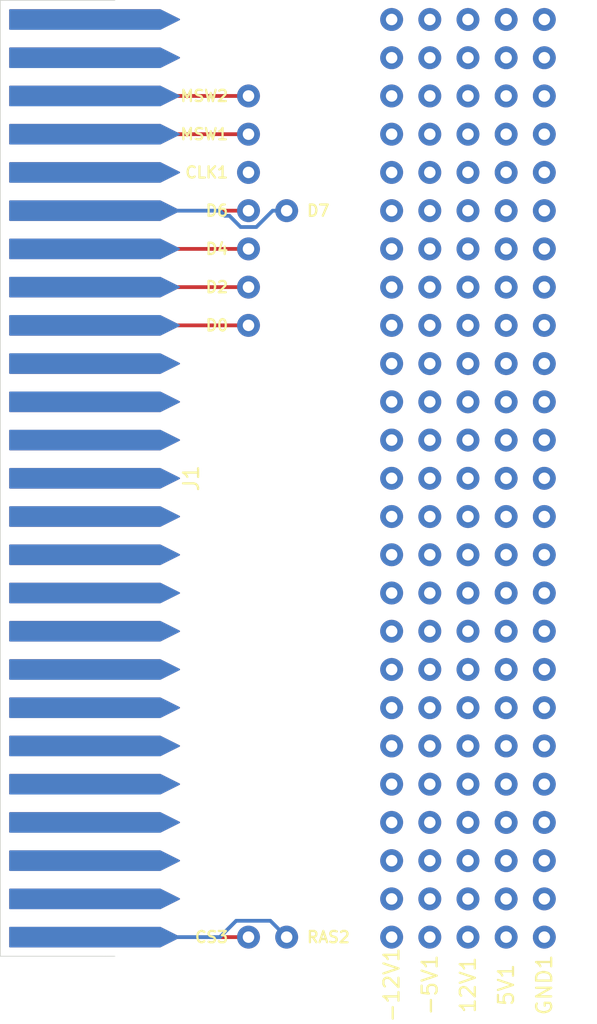
<source format=kicad_pcb>
(kicad_pcb (version 20171130) (host pcbnew "(5.1.4-0-10_14)")

  (general
    (thickness 1.6)
    (drawings 4)
    (tracks 19)
    (zones 0)
    (modules 16)
    (nets 49)
  )

  (page A4)
  (layers
    (0 F.Cu signal)
    (31 B.Cu signal)
    (32 B.Adhes user)
    (33 F.Adhes user)
    (34 B.Paste user)
    (35 F.Paste user)
    (36 B.SilkS user)
    (37 F.SilkS user)
    (38 B.Mask user)
    (39 F.Mask user)
    (40 Dwgs.User user)
    (41 Cmts.User user)
    (42 Eco1.User user)
    (43 Eco2.User user)
    (44 Edge.Cuts user)
    (45 Margin user)
    (46 B.CrtYd user)
    (47 F.CrtYd user)
    (48 B.Fab user)
    (49 F.Fab user)
  )

  (setup
    (last_trace_width 0.5)
    (user_trace_width 0.5)
    (trace_clearance 0.2)
    (zone_clearance 0.508)
    (zone_45_only no)
    (trace_min 0.2)
    (via_size 0.8)
    (via_drill 0.4)
    (via_min_size 0.4)
    (via_min_drill 0.3)
    (uvia_size 0.3)
    (uvia_drill 0.1)
    (uvias_allowed no)
    (uvia_min_size 0.2)
    (uvia_min_drill 0.1)
    (edge_width 0.05)
    (segment_width 0.2)
    (pcb_text_width 0.3)
    (pcb_text_size 1.5 1.5)
    (mod_edge_width 0.12)
    (mod_text_size 1 1)
    (mod_text_width 0.15)
    (pad_size 1.524 1.524)
    (pad_drill 0.762)
    (pad_to_mask_clearance 0.051)
    (solder_mask_min_width 0.25)
    (aux_axis_origin 0 0)
    (visible_elements FFFFFF7F)
    (pcbplotparams
      (layerselection 0x010fc_ffffffff)
      (usegerberextensions false)
      (usegerberattributes false)
      (usegerberadvancedattributes false)
      (creategerberjobfile false)
      (excludeedgelayer true)
      (linewidth 0.100000)
      (plotframeref false)
      (viasonmask false)
      (mode 1)
      (useauxorigin false)
      (hpglpennumber 1)
      (hpglpenspeed 20)
      (hpglpendiameter 15.000000)
      (psnegative false)
      (psa4output false)
      (plotreference true)
      (plotvalue true)
      (plotinvisibletext false)
      (padsonsilk false)
      (subtractmaskfromsilk false)
      (outputformat 1)
      (mirror false)
      (drillshape 1)
      (scaleselection 1)
      (outputdirectory ""))
  )

  (net 0 "")
  (net 1 /A12)
  (net 2 /5V)
  (net 3 /D1)
  (net 4 /A7)
  (net 5 /D5)
  (net 6 /A11)
  (net 7 /A5)
  (net 8 /-5V)
  (net 9 /A14)
  (net 10 /D7)
  (net 11 /M1)
  (net 12 /RAS2)
  (net 13 /DRD2)
  (net 14 /A3)
  (net 15 /GND)
  (net 16 /D3)
  (net 17 /RESET)
  (net 18 /WR)
  (net 19 /WAIT)
  (net 20 /WE)
  (net 21 /A9)
  (net 22 /IORQ)
  (net 23 /A1)
  (net 24 /EROM)
  (net 25 /MREQ)
  (net 26 /RD)
  (net 27 /A8)
  (net 28 /NMI)
  (net 29 /CLK-16M)
  (net 30 /CS2)
  (net 31 /CS3)
  (net 32 /EXCAS)
  (net 33 /A10)
  (net 34 /A6)
  (net 35 /A15)
  (net 36 /-12V)
  (net 37 /12V)
  (net 38 /MSW2)
  (net 39 /MSW1)
  (net 40 /CLK)
  (net 41 /D6)
  (net 42 /D4)
  (net 43 /D2)
  (net 44 /D0)
  (net 45 /A4)
  (net 46 /A2)
  (net 47 /A0)
  (net 48 /A13)

  (net_class Default "This is the default net class."
    (clearance 0.2)
    (trace_width 0.25)
    (via_dia 0.8)
    (via_drill 0.4)
    (uvia_dia 0.3)
    (uvia_drill 0.1)
    (add_net /-12V)
    (add_net /-5V)
    (add_net /12V)
    (add_net /5V)
    (add_net /A0)
    (add_net /A1)
    (add_net /A10)
    (add_net /A11)
    (add_net /A12)
    (add_net /A13)
    (add_net /A14)
    (add_net /A15)
    (add_net /A2)
    (add_net /A3)
    (add_net /A4)
    (add_net /A5)
    (add_net /A6)
    (add_net /A7)
    (add_net /A8)
    (add_net /A9)
    (add_net /CLK)
    (add_net /CLK-16M)
    (add_net /CS2)
    (add_net /CS3)
    (add_net /D0)
    (add_net /D1)
    (add_net /D2)
    (add_net /D3)
    (add_net /D4)
    (add_net /D5)
    (add_net /D6)
    (add_net /D7)
    (add_net /DRD2)
    (add_net /EROM)
    (add_net /EXCAS)
    (add_net /GND)
    (add_net /IORQ)
    (add_net /M1)
    (add_net /MREQ)
    (add_net /MSW1)
    (add_net /MSW2)
    (add_net /NMI)
    (add_net /RAS2)
    (add_net /RD)
    (add_net /RESET)
    (add_net /WAIT)
    (add_net /WE)
    (add_net /WR)
  )

  (module Protoboard:Proto_1 (layer F.Cu) (tedit 5DDDF26F) (tstamp 5DDE2F3C)
    (at 137.16 95.885)
    (path /5DDFE930)
    (fp_text reference D4 (at -1.27 -2.54) (layer F.SilkS)
      (effects (font (size 0.75 0.75) (thickness 0.15)) (justify right))
    )
    (fp_text value TestPoint (at 0 -0.5) (layer F.Fab) hide
      (effects (font (size 1 1) (thickness 0.15)))
    )
    (pad 1 thru_hole circle (at 0 -2.54) (size 1.524 1.524) (drill 0.762) (layers *.Cu *.Mask)
      (net 42 /D4))
  )

  (module Protoboard:Proto_1 (layer F.Cu) (tedit 5DDDF26F) (tstamp 5DDE2F37)
    (at 137.16 98.425)
    (path /5DE00472)
    (fp_text reference D2 (at -1.27 -2.54) (layer F.SilkS)
      (effects (font (size 0.75 0.75) (thickness 0.15)) (justify right))
    )
    (fp_text value TestPoint (at 0 -0.5) (layer F.Fab) hide
      (effects (font (size 1 1) (thickness 0.15)))
    )
    (pad 1 thru_hole circle (at 0 -2.54) (size 1.524 1.524) (drill 0.762) (layers *.Cu *.Mask)
      (net 43 /D2))
  )

  (module Protoboard:Proto_1 (layer F.Cu) (tedit 5DDDF26F) (tstamp 5DDE2F32)
    (at 137.16 100.965)
    (path /5DE0095B)
    (fp_text reference D0 (at -1.27 -2.54) (layer F.SilkS)
      (effects (font (size 0.75 0.75) (thickness 0.15)) (justify right))
    )
    (fp_text value TestPoint (at 0 -0.5) (layer F.Fab) hide
      (effects (font (size 1 1) (thickness 0.15)))
    )
    (pad 1 thru_hole circle (at 0 -2.54) (size 1.524 1.524) (drill 0.762) (layers *.Cu *.Mask)
      (net 44 /D0))
  )

  (module Protoboard:Proto_1 (layer F.Cu) (tedit 5DDDF26F) (tstamp 5DDE2B95)
    (at 137.16 93.345)
    (path /5DDFC92C)
    (fp_text reference D6 (at -1.27 -2.54) (layer F.SilkS)
      (effects (font (size 0.75 0.75) (thickness 0.15)) (justify right))
    )
    (fp_text value TestPoint (at 0 -0.5) (layer F.Fab) hide
      (effects (font (size 1 1) (thickness 0.15)))
    )
    (pad 1 thru_hole circle (at 0 -2.54) (size 1.524 1.524) (drill 0.762) (layers *.Cu *.Mask)
      (net 41 /D6))
  )

  (module Protoboard:Proto_1 (layer F.Cu) (tedit 5DDDF26F) (tstamp 5DDE2B88)
    (at 137.16 90.805)
    (path /5DDFBA79)
    (fp_text reference CLK1 (at -1.27 -2.54) (layer F.SilkS)
      (effects (font (size 0.75 0.75) (thickness 0.15)) (justify right))
    )
    (fp_text value TestPoint (at 0 -0.5) (layer F.Fab) hide
      (effects (font (size 1 1) (thickness 0.15)))
    )
    (pad 1 thru_hole circle (at 0 -2.54) (size 1.524 1.524) (drill 0.762) (layers *.Cu *.Mask)
      (net 40 /CLK))
  )

  (module Protoboard:Proto_1 (layer F.Cu) (tedit 5DDDF26F) (tstamp 5DDE287E)
    (at 137.16 85.725)
    (path /5DDF6D1E)
    (fp_text reference MSW2 (at -1.27 -2.54) (layer F.SilkS)
      (effects (font (size 0.75 0.75) (thickness 0.15)) (justify right))
    )
    (fp_text value TestPoint (at 0 -0.5) (layer F.Fab) hide
      (effects (font (size 1 1) (thickness 0.15)))
    )
    (pad 1 thru_hole circle (at 0 -2.54) (size 1.524 1.524) (drill 0.762) (layers *.Cu *.Mask)
      (net 38 /MSW2))
  )

  (module Protoboard:Proto_1 (layer F.Cu) (tedit 5DDDF26F) (tstamp 5DDE2879)
    (at 137.16 88.265)
    (path /5DDF7309)
    (fp_text reference MSW1 (at -1.27 -2.54 180) (layer F.SilkS)
      (effects (font (size 0.75 0.75) (thickness 0.15)) (justify right))
    )
    (fp_text value TestPoint (at 0 -0.5) (layer F.Fab) hide
      (effects (font (size 1 1) (thickness 0.15)))
    )
    (pad 1 thru_hole circle (at 0 -2.54) (size 1.524 1.524) (drill 0.762) (layers *.Cu *.Mask)
      (net 39 /MSW1))
  )

  (module Protoboard:Proto_1_Odd (layer F.Cu) (tedit 5DDDF308) (tstamp 5DDE27D2)
    (at 139.7 93.345)
    (path /5DDF9163)
    (fp_text reference D7 (at 1.27 -2.54) (layer F.SilkS)
      (effects (font (size 0.75 0.75) (thickness 0.15)) (justify left))
    )
    (fp_text value TestPoint (at 0 -0.5) (layer F.Fab) hide
      (effects (font (size 1 1) (thickness 0.15)))
    )
    (pad 1 thru_hole circle (at 0 -2.54) (size 1.524 1.524) (drill 0.762) (layers *.Cu *.Mask)
      (net 10 /D7))
  )

  (module Protoboard:Strip_25_vert (layer F.Cu) (tedit 5DDDF54F) (tstamp 5DDE2251)
    (at 156.845 108.585)
    (path /5DDF2781)
    (fp_text reference GND1 (at 0 33.655 90) (layer F.SilkS)
      (effects (font (size 1 1) (thickness 0.15)))
    )
    (fp_text value TestPoint (at 2.675 0 90) (layer F.Fab)
      (effects (font (size 1 1) (thickness 0.15)))
    )
    (pad 1 thru_hole circle (at 0 25.4 90) (size 1.524 1.524) (drill 0.762) (layers *.Cu *.Mask)
      (net 15 /GND))
    (pad 1 thru_hole circle (at 0 20.32 90) (size 1.524 1.524) (drill 0.762) (layers *.Cu *.Mask)
      (net 15 /GND))
    (pad 1 thru_hole circle (at 0 15.24 90) (size 1.524 1.524) (drill 0.762) (layers *.Cu *.Mask)
      (net 15 /GND))
    (pad 1 thru_hole circle (at 0 30.48 90) (size 1.524 1.524) (drill 0.762) (layers *.Cu *.Mask)
      (net 15 /GND))
    (pad 1 thru_hole circle (at 0 17.78 90) (size 1.524 1.524) (drill 0.762) (layers *.Cu *.Mask)
      (net 15 /GND))
    (pad 1 thru_hole circle (at 0 22.86 90) (size 1.524 1.524) (drill 0.762) (layers *.Cu *.Mask)
      (net 15 /GND))
    (pad 1 thru_hole circle (at 0 -30.48 90) (size 1.524 1.524) (drill 0.762) (layers *.Cu *.Mask)
      (net 15 /GND))
    (pad 1 thru_hole circle (at 0 -27.94 90) (size 1.524 1.524) (drill 0.762) (layers *.Cu *.Mask)
      (net 15 /GND))
    (pad 1 thru_hole circle (at 0 -25.4 90) (size 1.524 1.524) (drill 0.762) (layers *.Cu *.Mask)
      (net 15 /GND))
    (pad 1 thru_hole circle (at 0 -22.86 90) (size 1.524 1.524) (drill 0.762) (layers *.Cu *.Mask)
      (net 15 /GND))
    (pad 1 thru_hole circle (at 0 -20.32 90) (size 1.524 1.524) (drill 0.762) (layers *.Cu *.Mask)
      (net 15 /GND))
    (pad 1 thru_hole circle (at 0 -17.78 90) (size 1.524 1.524) (drill 0.762) (layers *.Cu *.Mask)
      (net 15 /GND))
    (pad 1 thru_hole circle (at 0 -15.24 90) (size 1.524 1.524) (drill 0.762) (layers *.Cu *.Mask)
      (net 15 /GND))
    (pad 1 thru_hole circle (at 0 -12.7 90) (size 1.524 1.524) (drill 0.762) (layers *.Cu *.Mask)
      (net 15 /GND))
    (pad 1 thru_hole circle (at 0 -10.16 90) (size 1.524 1.524) (drill 0.762) (layers *.Cu *.Mask)
      (net 15 /GND))
    (pad 1 thru_hole circle (at 0 -7.62 90) (size 1.524 1.524) (drill 0.762) (layers *.Cu *.Mask)
      (net 15 /GND))
    (pad 1 thru_hole circle (at 0 -5.08 90) (size 1.524 1.524) (drill 0.762) (layers *.Cu *.Mask)
      (net 15 /GND))
    (pad 1 thru_hole circle (at 0 -2.54 90) (size 1.524 1.524) (drill 0.762) (layers *.Cu *.Mask)
      (net 15 /GND))
    (pad 1 thru_hole circle (at 0 0 90) (size 1.524 1.524) (drill 0.762) (layers *.Cu *.Mask)
      (net 15 /GND))
    (pad 1 thru_hole circle (at 0 2.54 90) (size 1.524 1.524) (drill 0.762) (layers *.Cu *.Mask)
      (net 15 /GND))
    (pad 1 thru_hole circle (at 0 5.08 90) (size 1.524 1.524) (drill 0.762) (layers *.Cu *.Mask)
      (net 15 /GND))
    (pad 1 thru_hole circle (at 0 7.62 90) (size 1.524 1.524) (drill 0.762) (layers *.Cu *.Mask)
      (net 15 /GND))
    (pad 1 thru_hole circle (at 0 10.16 90) (size 1.524 1.524) (drill 0.762) (layers *.Cu *.Mask)
      (net 15 /GND))
    (pad 1 thru_hole circle (at 0 12.7 90) (size 1.524 1.524) (drill 0.762) (layers *.Cu *.Mask)
      (net 15 /GND))
    (pad 1 thru_hole circle (at 0 27.94 90) (size 1.524 1.524) (drill 0.762) (layers *.Cu *.Mask)
      (net 15 /GND))
  )

  (module Protoboard:Strip_25_vert (layer F.Cu) (tedit 5DDDF54F) (tstamp 5DDE222C)
    (at 154.305 108.585)
    (path /5DDF1283)
    (fp_text reference 5V1 (at 0 33.655 90) (layer F.SilkS)
      (effects (font (size 1 1) (thickness 0.15)))
    )
    (fp_text value TestPoint (at 2.675 0 90) (layer F.Fab)
      (effects (font (size 1 1) (thickness 0.15)))
    )
    (pad 1 thru_hole circle (at 0 25.4 90) (size 1.524 1.524) (drill 0.762) (layers *.Cu *.Mask)
      (net 2 /5V))
    (pad 1 thru_hole circle (at 0 20.32 90) (size 1.524 1.524) (drill 0.762) (layers *.Cu *.Mask)
      (net 2 /5V))
    (pad 1 thru_hole circle (at 0 15.24 90) (size 1.524 1.524) (drill 0.762) (layers *.Cu *.Mask)
      (net 2 /5V))
    (pad 1 thru_hole circle (at 0 30.48 90) (size 1.524 1.524) (drill 0.762) (layers *.Cu *.Mask)
      (net 2 /5V))
    (pad 1 thru_hole circle (at 0 17.78 90) (size 1.524 1.524) (drill 0.762) (layers *.Cu *.Mask)
      (net 2 /5V))
    (pad 1 thru_hole circle (at 0 22.86 90) (size 1.524 1.524) (drill 0.762) (layers *.Cu *.Mask)
      (net 2 /5V))
    (pad 1 thru_hole circle (at 0 -30.48 90) (size 1.524 1.524) (drill 0.762) (layers *.Cu *.Mask)
      (net 2 /5V))
    (pad 1 thru_hole circle (at 0 -27.94 90) (size 1.524 1.524) (drill 0.762) (layers *.Cu *.Mask)
      (net 2 /5V))
    (pad 1 thru_hole circle (at 0 -25.4 90) (size 1.524 1.524) (drill 0.762) (layers *.Cu *.Mask)
      (net 2 /5V))
    (pad 1 thru_hole circle (at 0 -22.86 90) (size 1.524 1.524) (drill 0.762) (layers *.Cu *.Mask)
      (net 2 /5V))
    (pad 1 thru_hole circle (at 0 -20.32 90) (size 1.524 1.524) (drill 0.762) (layers *.Cu *.Mask)
      (net 2 /5V))
    (pad 1 thru_hole circle (at 0 -17.78 90) (size 1.524 1.524) (drill 0.762) (layers *.Cu *.Mask)
      (net 2 /5V))
    (pad 1 thru_hole circle (at 0 -15.24 90) (size 1.524 1.524) (drill 0.762) (layers *.Cu *.Mask)
      (net 2 /5V))
    (pad 1 thru_hole circle (at 0 -12.7 90) (size 1.524 1.524) (drill 0.762) (layers *.Cu *.Mask)
      (net 2 /5V))
    (pad 1 thru_hole circle (at 0 -10.16 90) (size 1.524 1.524) (drill 0.762) (layers *.Cu *.Mask)
      (net 2 /5V))
    (pad 1 thru_hole circle (at 0 -7.62 90) (size 1.524 1.524) (drill 0.762) (layers *.Cu *.Mask)
      (net 2 /5V))
    (pad 1 thru_hole circle (at 0 -5.08 90) (size 1.524 1.524) (drill 0.762) (layers *.Cu *.Mask)
      (net 2 /5V))
    (pad 1 thru_hole circle (at 0 -2.54 90) (size 1.524 1.524) (drill 0.762) (layers *.Cu *.Mask)
      (net 2 /5V))
    (pad 1 thru_hole circle (at 0 0 90) (size 1.524 1.524) (drill 0.762) (layers *.Cu *.Mask)
      (net 2 /5V))
    (pad 1 thru_hole circle (at 0 2.54 90) (size 1.524 1.524) (drill 0.762) (layers *.Cu *.Mask)
      (net 2 /5V))
    (pad 1 thru_hole circle (at 0 5.08 90) (size 1.524 1.524) (drill 0.762) (layers *.Cu *.Mask)
      (net 2 /5V))
    (pad 1 thru_hole circle (at 0 7.62 90) (size 1.524 1.524) (drill 0.762) (layers *.Cu *.Mask)
      (net 2 /5V))
    (pad 1 thru_hole circle (at 0 10.16 90) (size 1.524 1.524) (drill 0.762) (layers *.Cu *.Mask)
      (net 2 /5V))
    (pad 1 thru_hole circle (at 0 12.7 90) (size 1.524 1.524) (drill 0.762) (layers *.Cu *.Mask)
      (net 2 /5V))
    (pad 1 thru_hole circle (at 0 27.94 90) (size 1.524 1.524) (drill 0.762) (layers *.Cu *.Mask)
      (net 2 /5V))
  )

  (module Protoboard:Strip_25_vert (layer F.Cu) (tedit 5DDDF54F) (tstamp 5DDE220F)
    (at 151.765 108.585)
    (path /5DDF09D0)
    (fp_text reference 12V1 (at 0 33.655 90) (layer F.SilkS)
      (effects (font (size 1 1) (thickness 0.15)))
    )
    (fp_text value TestPoint (at 2.675 0 90) (layer F.Fab)
      (effects (font (size 1 1) (thickness 0.15)))
    )
    (pad 1 thru_hole circle (at 0 25.4 90) (size 1.524 1.524) (drill 0.762) (layers *.Cu *.Mask)
      (net 37 /12V))
    (pad 1 thru_hole circle (at 0 20.32 90) (size 1.524 1.524) (drill 0.762) (layers *.Cu *.Mask)
      (net 37 /12V))
    (pad 1 thru_hole circle (at 0 15.24 90) (size 1.524 1.524) (drill 0.762) (layers *.Cu *.Mask)
      (net 37 /12V))
    (pad 1 thru_hole circle (at 0 30.48 90) (size 1.524 1.524) (drill 0.762) (layers *.Cu *.Mask)
      (net 37 /12V))
    (pad 1 thru_hole circle (at 0 17.78 90) (size 1.524 1.524) (drill 0.762) (layers *.Cu *.Mask)
      (net 37 /12V))
    (pad 1 thru_hole circle (at 0 22.86 90) (size 1.524 1.524) (drill 0.762) (layers *.Cu *.Mask)
      (net 37 /12V))
    (pad 1 thru_hole circle (at 0 -30.48 90) (size 1.524 1.524) (drill 0.762) (layers *.Cu *.Mask)
      (net 37 /12V))
    (pad 1 thru_hole circle (at 0 -27.94 90) (size 1.524 1.524) (drill 0.762) (layers *.Cu *.Mask)
      (net 37 /12V))
    (pad 1 thru_hole circle (at 0 -25.4 90) (size 1.524 1.524) (drill 0.762) (layers *.Cu *.Mask)
      (net 37 /12V))
    (pad 1 thru_hole circle (at 0 -22.86 90) (size 1.524 1.524) (drill 0.762) (layers *.Cu *.Mask)
      (net 37 /12V))
    (pad 1 thru_hole circle (at 0 -20.32 90) (size 1.524 1.524) (drill 0.762) (layers *.Cu *.Mask)
      (net 37 /12V))
    (pad 1 thru_hole circle (at 0 -17.78 90) (size 1.524 1.524) (drill 0.762) (layers *.Cu *.Mask)
      (net 37 /12V))
    (pad 1 thru_hole circle (at 0 -15.24 90) (size 1.524 1.524) (drill 0.762) (layers *.Cu *.Mask)
      (net 37 /12V))
    (pad 1 thru_hole circle (at 0 -12.7 90) (size 1.524 1.524) (drill 0.762) (layers *.Cu *.Mask)
      (net 37 /12V))
    (pad 1 thru_hole circle (at 0 -10.16 90) (size 1.524 1.524) (drill 0.762) (layers *.Cu *.Mask)
      (net 37 /12V))
    (pad 1 thru_hole circle (at 0 -7.62 90) (size 1.524 1.524) (drill 0.762) (layers *.Cu *.Mask)
      (net 37 /12V))
    (pad 1 thru_hole circle (at 0 -5.08 90) (size 1.524 1.524) (drill 0.762) (layers *.Cu *.Mask)
      (net 37 /12V))
    (pad 1 thru_hole circle (at 0 -2.54 90) (size 1.524 1.524) (drill 0.762) (layers *.Cu *.Mask)
      (net 37 /12V))
    (pad 1 thru_hole circle (at 0 0 90) (size 1.524 1.524) (drill 0.762) (layers *.Cu *.Mask)
      (net 37 /12V))
    (pad 1 thru_hole circle (at 0 2.54 90) (size 1.524 1.524) (drill 0.762) (layers *.Cu *.Mask)
      (net 37 /12V))
    (pad 1 thru_hole circle (at 0 5.08 90) (size 1.524 1.524) (drill 0.762) (layers *.Cu *.Mask)
      (net 37 /12V))
    (pad 1 thru_hole circle (at 0 7.62 90) (size 1.524 1.524) (drill 0.762) (layers *.Cu *.Mask)
      (net 37 /12V))
    (pad 1 thru_hole circle (at 0 10.16 90) (size 1.524 1.524) (drill 0.762) (layers *.Cu *.Mask)
      (net 37 /12V))
    (pad 1 thru_hole circle (at 0 12.7 90) (size 1.524 1.524) (drill 0.762) (layers *.Cu *.Mask)
      (net 37 /12V))
    (pad 1 thru_hole circle (at 0 27.94 90) (size 1.524 1.524) (drill 0.762) (layers *.Cu *.Mask)
      (net 37 /12V))
  )

  (module Protoboard:Strip_25_vert (layer F.Cu) (tedit 5DDDF54F) (tstamp 5DDE21F2)
    (at 149.225 108.585)
    (path /5DDF1B7A)
    (fp_text reference -5V1 (at 0 33.655 90) (layer F.SilkS)
      (effects (font (size 1 1) (thickness 0.15)))
    )
    (fp_text value TestPoint (at 2.675 0 90) (layer F.Fab)
      (effects (font (size 1 1) (thickness 0.15)))
    )
    (pad 1 thru_hole circle (at 0 25.4 90) (size 1.524 1.524) (drill 0.762) (layers *.Cu *.Mask)
      (net 8 /-5V))
    (pad 1 thru_hole circle (at 0 20.32 90) (size 1.524 1.524) (drill 0.762) (layers *.Cu *.Mask)
      (net 8 /-5V))
    (pad 1 thru_hole circle (at 0 15.24 90) (size 1.524 1.524) (drill 0.762) (layers *.Cu *.Mask)
      (net 8 /-5V))
    (pad 1 thru_hole circle (at 0 30.48 90) (size 1.524 1.524) (drill 0.762) (layers *.Cu *.Mask)
      (net 8 /-5V))
    (pad 1 thru_hole circle (at 0 17.78 90) (size 1.524 1.524) (drill 0.762) (layers *.Cu *.Mask)
      (net 8 /-5V))
    (pad 1 thru_hole circle (at 0 22.86 90) (size 1.524 1.524) (drill 0.762) (layers *.Cu *.Mask)
      (net 8 /-5V))
    (pad 1 thru_hole circle (at 0 -30.48 90) (size 1.524 1.524) (drill 0.762) (layers *.Cu *.Mask)
      (net 8 /-5V))
    (pad 1 thru_hole circle (at 0 -27.94 90) (size 1.524 1.524) (drill 0.762) (layers *.Cu *.Mask)
      (net 8 /-5V))
    (pad 1 thru_hole circle (at 0 -25.4 90) (size 1.524 1.524) (drill 0.762) (layers *.Cu *.Mask)
      (net 8 /-5V))
    (pad 1 thru_hole circle (at 0 -22.86 90) (size 1.524 1.524) (drill 0.762) (layers *.Cu *.Mask)
      (net 8 /-5V))
    (pad 1 thru_hole circle (at 0 -20.32 90) (size 1.524 1.524) (drill 0.762) (layers *.Cu *.Mask)
      (net 8 /-5V))
    (pad 1 thru_hole circle (at 0 -17.78 90) (size 1.524 1.524) (drill 0.762) (layers *.Cu *.Mask)
      (net 8 /-5V))
    (pad 1 thru_hole circle (at 0 -15.24 90) (size 1.524 1.524) (drill 0.762) (layers *.Cu *.Mask)
      (net 8 /-5V))
    (pad 1 thru_hole circle (at 0 -12.7 90) (size 1.524 1.524) (drill 0.762) (layers *.Cu *.Mask)
      (net 8 /-5V))
    (pad 1 thru_hole circle (at 0 -10.16 90) (size 1.524 1.524) (drill 0.762) (layers *.Cu *.Mask)
      (net 8 /-5V))
    (pad 1 thru_hole circle (at 0 -7.62 90) (size 1.524 1.524) (drill 0.762) (layers *.Cu *.Mask)
      (net 8 /-5V))
    (pad 1 thru_hole circle (at 0 -5.08 90) (size 1.524 1.524) (drill 0.762) (layers *.Cu *.Mask)
      (net 8 /-5V))
    (pad 1 thru_hole circle (at 0 -2.54 90) (size 1.524 1.524) (drill 0.762) (layers *.Cu *.Mask)
      (net 8 /-5V))
    (pad 1 thru_hole circle (at 0 0 90) (size 1.524 1.524) (drill 0.762) (layers *.Cu *.Mask)
      (net 8 /-5V))
    (pad 1 thru_hole circle (at 0 2.54 90) (size 1.524 1.524) (drill 0.762) (layers *.Cu *.Mask)
      (net 8 /-5V))
    (pad 1 thru_hole circle (at 0 5.08 90) (size 1.524 1.524) (drill 0.762) (layers *.Cu *.Mask)
      (net 8 /-5V))
    (pad 1 thru_hole circle (at 0 7.62 90) (size 1.524 1.524) (drill 0.762) (layers *.Cu *.Mask)
      (net 8 /-5V))
    (pad 1 thru_hole circle (at 0 10.16 90) (size 1.524 1.524) (drill 0.762) (layers *.Cu *.Mask)
      (net 8 /-5V))
    (pad 1 thru_hole circle (at 0 12.7 90) (size 1.524 1.524) (drill 0.762) (layers *.Cu *.Mask)
      (net 8 /-5V))
    (pad 1 thru_hole circle (at 0 27.94 90) (size 1.524 1.524) (drill 0.762) (layers *.Cu *.Mask)
      (net 8 /-5V))
  )

  (module Protoboard:Strip_25_vert (layer F.Cu) (tedit 5DDDF54F) (tstamp 5DDE21D5)
    (at 146.685 108.585)
    (path /5DDF0281)
    (fp_text reference -12V1 (at 0 33.655 90) (layer F.SilkS)
      (effects (font (size 1 1) (thickness 0.15)))
    )
    (fp_text value TestPoint (at 2.675 0 90) (layer F.Fab)
      (effects (font (size 1 1) (thickness 0.15)))
    )
    (pad 1 thru_hole circle (at 0 25.4 90) (size 1.524 1.524) (drill 0.762) (layers *.Cu *.Mask)
      (net 36 /-12V))
    (pad 1 thru_hole circle (at 0 20.32 90) (size 1.524 1.524) (drill 0.762) (layers *.Cu *.Mask)
      (net 36 /-12V))
    (pad 1 thru_hole circle (at 0 15.24 90) (size 1.524 1.524) (drill 0.762) (layers *.Cu *.Mask)
      (net 36 /-12V))
    (pad 1 thru_hole circle (at 0 30.48 90) (size 1.524 1.524) (drill 0.762) (layers *.Cu *.Mask)
      (net 36 /-12V))
    (pad 1 thru_hole circle (at 0 17.78 90) (size 1.524 1.524) (drill 0.762) (layers *.Cu *.Mask)
      (net 36 /-12V))
    (pad 1 thru_hole circle (at 0 22.86 90) (size 1.524 1.524) (drill 0.762) (layers *.Cu *.Mask)
      (net 36 /-12V))
    (pad 1 thru_hole circle (at 0 -30.48 90) (size 1.524 1.524) (drill 0.762) (layers *.Cu *.Mask)
      (net 36 /-12V))
    (pad 1 thru_hole circle (at 0 -27.94 90) (size 1.524 1.524) (drill 0.762) (layers *.Cu *.Mask)
      (net 36 /-12V))
    (pad 1 thru_hole circle (at 0 -25.4 90) (size 1.524 1.524) (drill 0.762) (layers *.Cu *.Mask)
      (net 36 /-12V))
    (pad 1 thru_hole circle (at 0 -22.86 90) (size 1.524 1.524) (drill 0.762) (layers *.Cu *.Mask)
      (net 36 /-12V))
    (pad 1 thru_hole circle (at 0 -20.32 90) (size 1.524 1.524) (drill 0.762) (layers *.Cu *.Mask)
      (net 36 /-12V))
    (pad 1 thru_hole circle (at 0 -17.78 90) (size 1.524 1.524) (drill 0.762) (layers *.Cu *.Mask)
      (net 36 /-12V))
    (pad 1 thru_hole circle (at 0 -15.24 90) (size 1.524 1.524) (drill 0.762) (layers *.Cu *.Mask)
      (net 36 /-12V))
    (pad 1 thru_hole circle (at 0 -12.7 90) (size 1.524 1.524) (drill 0.762) (layers *.Cu *.Mask)
      (net 36 /-12V))
    (pad 1 thru_hole circle (at 0 -10.16 90) (size 1.524 1.524) (drill 0.762) (layers *.Cu *.Mask)
      (net 36 /-12V))
    (pad 1 thru_hole circle (at 0 -7.62 90) (size 1.524 1.524) (drill 0.762) (layers *.Cu *.Mask)
      (net 36 /-12V))
    (pad 1 thru_hole circle (at 0 -5.08 90) (size 1.524 1.524) (drill 0.762) (layers *.Cu *.Mask)
      (net 36 /-12V))
    (pad 1 thru_hole circle (at 0 -2.54 90) (size 1.524 1.524) (drill 0.762) (layers *.Cu *.Mask)
      (net 36 /-12V))
    (pad 1 thru_hole circle (at 0 0 90) (size 1.524 1.524) (drill 0.762) (layers *.Cu *.Mask)
      (net 36 /-12V))
    (pad 1 thru_hole circle (at 0 2.54 90) (size 1.524 1.524) (drill 0.762) (layers *.Cu *.Mask)
      (net 36 /-12V))
    (pad 1 thru_hole circle (at 0 5.08 90) (size 1.524 1.524) (drill 0.762) (layers *.Cu *.Mask)
      (net 36 /-12V))
    (pad 1 thru_hole circle (at 0 7.62 90) (size 1.524 1.524) (drill 0.762) (layers *.Cu *.Mask)
      (net 36 /-12V))
    (pad 1 thru_hole circle (at 0 10.16 90) (size 1.524 1.524) (drill 0.762) (layers *.Cu *.Mask)
      (net 36 /-12V))
    (pad 1 thru_hole circle (at 0 12.7 90) (size 1.524 1.524) (drill 0.762) (layers *.Cu *.Mask)
      (net 36 /-12V))
    (pad 1 thru_hole circle (at 0 27.94 90) (size 1.524 1.524) (drill 0.762) (layers *.Cu *.Mask)
      (net 36 /-12V))
  )

  (module Protoboard:Proto_1_Odd (layer F.Cu) (tedit 5DDDF308) (tstamp 5DDE1542)
    (at 139.7 141.605)
    (path /5DDE5840)
    (fp_text reference RAS2 (at 1.27 -2.54) (layer F.SilkS)
      (effects (font (size 0.75 0.75) (thickness 0.15)) (justify left))
    )
    (fp_text value TestPoint (at 0 -0.5) (layer F.Fab) hide
      (effects (font (size 1 1) (thickness 0.15)))
    )
    (pad 1 thru_hole circle (at 0 -2.54) (size 1.524 1.524) (drill 0.762) (layers *.Cu *.Mask)
      (net 12 /RAS2))
  )

  (module Protoboard:Proto_1 (layer F.Cu) (tedit 5DDDF26F) (tstamp 5DDE12D8)
    (at 137.16 141.605)
    (path /5DDE1D1C)
    (fp_text reference CS3 (at -1.27 -2.54) (layer F.SilkS)
      (effects (font (size 0.75 0.75) (thickness 0.15)) (justify right))
    )
    (fp_text value TestPoint (at 0 -0.5) (layer F.Fab) hide
      (effects (font (size 1 1) (thickness 0.15)))
    )
    (pad 1 thru_hole circle (at 0 -2.54) (size 1.524 1.524) (drill 0.762) (layers *.Cu *.Mask)
      (net 31 /CS3))
  )

  (module "PC6001 Edge Connector:PC6001 Cartridge Connector" (layer F.Cu) (tedit 5DDDEDD0) (tstamp 5DDDF5B7)
    (at 123.825 108.585 90)
    (path /5DDDE87B)
    (fp_text reference J1 (at 0 9.525 90) (layer F.SilkS)
      (effects (font (size 1 1) (thickness 0.15)))
    )
    (fp_text value Conn_02x25_Odd_Even (at 0 11.43 90) (layer F.Fab)
      (effects (font (size 1 1) (thickness 0.15)))
    )
    (pad 23 smd custom (at -2.54 0 90) (size 1 1) (layers B.Cu)
      (net 1 /A12) (zone_connect 0)
      (options (clearance outline) (anchor circle))
      (primitives
        (gr_poly (pts
           (xy -0.635 -2.54) (xy -0.635 7.46) (xy 0.635 7.46) (xy 0.635 -2.54)) (width 0.1))
        (gr_poly (pts
           (xy 0.635 7.46) (xy 0 8.73) (xy -0.635 7.46)) (width 0.1))
      ))
    (pad 47 smd custom (at 27.94 0 90) (size 1 1) (layers B.Cu)
      (net 2 /5V) (zone_connect 0)
      (options (clearance outline) (anchor circle))
      (primitives
        (gr_poly (pts
           (xy -0.635 -2.54) (xy -0.635 7.46) (xy 0.635 7.46) (xy 0.635 -2.54)) (width 0.1))
        (gr_poly (pts
           (xy 0.635 7.46) (xy 0 8.73) (xy -0.635 7.46)) (width 0.1))
      ))
    (pad 33 smd custom (at 10.16 0 90) (size 1 1) (layers B.Cu)
      (net 3 /D1) (zone_connect 0)
      (options (clearance outline) (anchor circle))
      (primitives
        (gr_poly (pts
           (xy -0.635 -2.54) (xy -0.635 7.46) (xy 0.635 7.46) (xy 0.635 -2.54)) (width 0.1))
        (gr_poly (pts
           (xy 0.635 7.46) (xy 0 8.73) (xy -0.635 7.46)) (width 0.1))
      ))
    (pad 21 smd custom (at -5.08 0 90) (size 1 1) (layers B.Cu)
      (net 4 /A7) (zone_connect 0)
      (options (clearance outline) (anchor circle))
      (primitives
        (gr_poly (pts
           (xy -0.635 -2.54) (xy -0.635 7.46) (xy 0.635 7.46) (xy 0.635 -2.54)) (width 0.1))
        (gr_poly (pts
           (xy 0.635 7.46) (xy 0 8.73) (xy -0.635 7.46)) (width 0.1))
      ))
    (pad 37 smd custom (at 15.24 0 90) (size 1 1) (layers B.Cu)
      (net 5 /D5) (zone_connect 0)
      (options (clearance outline) (anchor circle))
      (primitives
        (gr_poly (pts
           (xy -0.635 -2.54) (xy -0.635 7.46) (xy 0.635 7.46) (xy 0.635 -2.54)) (width 0.1))
        (gr_poly (pts
           (xy 0.635 7.46) (xy 0 8.73) (xy -0.635 7.46)) (width 0.1))
      ))
    (pad 19 smd custom (at -7.62 0 90) (size 1 1) (layers B.Cu)
      (net 6 /A11) (zone_connect 0)
      (options (clearance outline) (anchor circle))
      (primitives
        (gr_poly (pts
           (xy -0.635 -2.54) (xy -0.635 7.46) (xy 0.635 7.46) (xy 0.635 -2.54)) (width 0.1))
        (gr_poly (pts
           (xy 0.635 7.46) (xy 0 8.73) (xy -0.635 7.46)) (width 0.1))
      ))
    (pad 31 smd custom (at 7.62 0 90) (size 1 1) (layers B.Cu)
      (net 7 /A5) (zone_connect 0)
      (options (clearance outline) (anchor circle))
      (primitives
        (gr_poly (pts
           (xy -0.635 -2.54) (xy -0.635 7.46) (xy 0.635 7.46) (xy 0.635 -2.54)) (width 0.1))
        (gr_poly (pts
           (xy 0.635 7.46) (xy 0 8.73) (xy -0.635 7.46)) (width 0.1))
      ))
    (pad 49 smd custom (at 30.48 0 90) (size 1 1) (layers B.Cu)
      (net 8 /-5V) (zone_connect 0)
      (options (clearance outline) (anchor circle))
      (primitives
        (gr_poly (pts
           (xy -0.635 -2.54) (xy -0.635 7.46) (xy 0.635 7.46) (xy 0.635 -2.54)) (width 0.1))
        (gr_poly (pts
           (xy 0.635 7.46) (xy 0 8.73) (xy -0.635 7.46)) (width 0.1))
      ))
    (pad 25 smd custom (at 0 0 90) (size 1 1) (layers B.Cu)
      (net 9 /A14) (zone_connect 0)
      (options (clearance outline) (anchor circle))
      (primitives
        (gr_poly (pts
           (xy -0.635 -2.54) (xy -0.635 7.46) (xy 0.635 7.46) (xy 0.635 -2.54)) (width 0.1))
        (gr_poly (pts
           (xy 0.635 7.46) (xy 0 8.73) (xy -0.635 7.46)) (width 0.1))
      ))
    (pad 39 smd custom (at 17.78 0 90) (size 1 1) (layers B.Cu)
      (net 10 /D7) (zone_connect 0)
      (options (clearance outline) (anchor circle))
      (primitives
        (gr_poly (pts
           (xy -0.635 -2.54) (xy -0.635 7.46) (xy 0.635 7.46) (xy 0.635 -2.54)) (width 0.1))
        (gr_poly (pts
           (xy 0.635 7.46) (xy 0 8.73) (xy -0.635 7.46)) (width 0.1))
      ))
    (pad 9 smd custom (at -20.32 0 90) (size 1 1) (layers B.Cu)
      (net 11 /M1) (zone_connect 0)
      (options (clearance outline) (anchor circle))
      (primitives
        (gr_poly (pts
           (xy -0.635 -2.54) (xy -0.635 7.46) (xy 0.635 7.46) (xy 0.635 -2.54)) (width 0.1))
        (gr_poly (pts
           (xy 0.635 7.46) (xy 0 8.73) (xy -0.635 7.46)) (width 0.1))
      ))
    (pad 1 smd custom (at -30.48 0 90) (size 1 1) (layers B.Cu)
      (net 12 /RAS2) (zone_connect 0)
      (options (clearance outline) (anchor circle))
      (primitives
        (gr_poly (pts
           (xy -0.635 -2.54) (xy -0.635 7.46) (xy 0.635 7.46) (xy 0.635 -2.54)) (width 0.1))
        (gr_poly (pts
           (xy 0.635 7.46) (xy 0 8.73) (xy -0.635 7.46)) (width 0.1))
      ))
    (pad 3 smd custom (at -27.94 0 90) (size 1 1) (layers B.Cu)
      (net 13 /DRD2) (zone_connect 0)
      (options (clearance outline) (anchor circle))
      (primitives
        (gr_poly (pts
           (xy -0.635 -2.54) (xy -0.635 7.46) (xy 0.635 7.46) (xy 0.635 -2.54)) (width 0.1))
        (gr_poly (pts
           (xy 0.635 7.46) (xy 0 8.73) (xy -0.635 7.46)) (width 0.1))
      ))
    (pad 29 smd custom (at 5.08 0 90) (size 1 1) (layers B.Cu)
      (net 14 /A3) (zone_connect 0)
      (options (clearance outline) (anchor circle))
      (primitives
        (gr_poly (pts
           (xy -0.635 -2.54) (xy -0.635 7.46) (xy 0.635 7.46) (xy 0.635 -2.54)) (width 0.1))
        (gr_poly (pts
           (xy 0.635 7.46) (xy 0 8.73) (xy -0.635 7.46)) (width 0.1))
      ))
    (pad 43 smd custom (at 22.86 0 90) (size 1 1) (layers B.Cu)
      (net 15 /GND) (zone_connect 0)
      (options (clearance outline) (anchor circle))
      (primitives
        (gr_poly (pts
           (xy -0.635 -2.54) (xy -0.635 7.46) (xy 0.635 7.46) (xy 0.635 -2.54)) (width 0.1))
        (gr_poly (pts
           (xy 0.635 7.46) (xy 0 8.73) (xy -0.635 7.46)) (width 0.1))
      ))
    (pad 35 smd custom (at 12.7 0 90) (size 1 1) (layers B.Cu)
      (net 16 /D3) (zone_connect 0)
      (options (clearance outline) (anchor circle))
      (primitives
        (gr_poly (pts
           (xy -0.635 -2.54) (xy -0.635 7.46) (xy 0.635 7.46) (xy 0.635 -2.54)) (width 0.1))
        (gr_poly (pts
           (xy 0.635 7.46) (xy 0 8.73) (xy -0.635 7.46)) (width 0.1))
      ))
    (pad 15 smd custom (at -12.7 0 90) (size 1 1) (layers B.Cu)
      (net 17 /RESET) (zone_connect 0)
      (options (clearance outline) (anchor circle))
      (primitives
        (gr_poly (pts
           (xy -0.635 -2.54) (xy -0.635 7.46) (xy 0.635 7.46) (xy 0.635 -2.54)) (width 0.1))
        (gr_poly (pts
           (xy 0.635 7.46) (xy 0 8.73) (xy -0.635 7.46)) (width 0.1))
      ))
    (pad 13 smd custom (at -15.24 0 90) (size 1 1) (layers B.Cu)
      (net 18 /WR) (zone_connect 0)
      (options (clearance outline) (anchor circle))
      (primitives
        (gr_poly (pts
           (xy -0.635 -2.54) (xy -0.635 7.46) (xy 0.635 7.46) (xy 0.635 -2.54)) (width 0.1))
        (gr_poly (pts
           (xy 0.635 7.46) (xy 0 8.73) (xy -0.635 7.46)) (width 0.1))
      ))
    (pad 41 smd custom (at 20.32 0 90) (size 1 1) (layers B.Cu)
      (net 15 /GND) (zone_connect 0)
      (options (clearance outline) (anchor circle))
      (primitives
        (gr_poly (pts
           (xy -0.635 -2.54) (xy -0.635 7.46) (xy 0.635 7.46) (xy 0.635 -2.54)) (width 0.1))
        (gr_poly (pts
           (xy 0.635 7.46) (xy 0 8.73) (xy -0.635 7.46)) (width 0.1))
      ))
    (pad 7 smd custom (at -22.86 0 90) (size 1 1) (layers B.Cu)
      (net 19 /WAIT) (zone_connect 0)
      (options (clearance outline) (anchor circle))
      (primitives
        (gr_poly (pts
           (xy -0.635 -2.54) (xy -0.635 7.46) (xy 0.635 7.46) (xy 0.635 -2.54)) (width 0.1))
        (gr_poly (pts
           (xy 0.635 7.46) (xy 0 8.73) (xy -0.635 7.46)) (width 0.1))
      ))
    (pad 45 smd custom (at 25.4 0 90) (size 1 1) (layers B.Cu)
      (net 2 /5V) (zone_connect 0)
      (options (clearance outline) (anchor circle))
      (primitives
        (gr_poly (pts
           (xy -0.635 -2.54) (xy -0.635 7.46) (xy 0.635 7.46) (xy 0.635 -2.54)) (width 0.1))
        (gr_poly (pts
           (xy 0.635 7.46) (xy 0 8.73) (xy -0.635 7.46)) (width 0.1))
      ))
    (pad 5 smd custom (at -25.4 0 90) (size 1 1) (layers B.Cu)
      (net 20 /WE) (zone_connect 0)
      (options (clearance outline) (anchor circle))
      (primitives
        (gr_poly (pts
           (xy -0.635 -2.54) (xy -0.635 7.46) (xy 0.635 7.46) (xy 0.635 -2.54)) (width 0.1))
        (gr_poly (pts
           (xy 0.635 7.46) (xy 0 8.73) (xy -0.635 7.46)) (width 0.1))
      ))
    (pad 17 smd custom (at -10.16 0 90) (size 1 1) (layers B.Cu)
      (net 21 /A9) (zone_connect 0)
      (options (clearance outline) (anchor circle))
      (primitives
        (gr_poly (pts
           (xy -0.635 -2.54) (xy -0.635 7.46) (xy 0.635 7.46) (xy 0.635 -2.54)) (width 0.1))
        (gr_poly (pts
           (xy 0.635 7.46) (xy 0 8.73) (xy -0.635 7.46)) (width 0.1))
      ))
    (pad 11 smd custom (at -17.78 0 90) (size 1 1) (layers B.Cu)
      (net 22 /IORQ) (zone_connect 0)
      (options (clearance outline) (anchor circle))
      (primitives
        (gr_poly (pts
           (xy -0.635 -2.54) (xy -0.635 7.46) (xy 0.635 7.46) (xy 0.635 -2.54)) (width 0.1))
        (gr_poly (pts
           (xy 0.635 7.46) (xy 0 8.73) (xy -0.635 7.46)) (width 0.1))
      ))
    (pad 27 smd custom (at 2.54 0 90) (size 1 1) (layers B.Cu)
      (net 23 /A1) (zone_connect 0)
      (options (clearance outline) (anchor circle))
      (primitives
        (gr_poly (pts
           (xy -0.635 -2.54) (xy -0.635 7.46) (xy 0.635 7.46) (xy 0.635 -2.54)) (width 0.1))
        (gr_poly (pts
           (xy 0.635 7.46) (xy 0 8.73) (xy -0.635 7.46)) (width 0.1))
      ))
    (pad 6 smd custom (at -25.4 0 90) (size 1 1) (layers F.Cu)
      (net 24 /EROM) (zone_connect 0)
      (options (clearance outline) (anchor circle))
      (primitives
        (gr_poly (pts
           (xy -0.635 -2.54) (xy -0.635 7.46) (xy 0.635 7.46) (xy 0.635 -2.54)) (width 0.1))
        (gr_poly (pts
           (xy 0.635 7.46) (xy 0 8.73) (xy -0.635 7.46)) (width 0.1))
      ))
    (pad 12 smd custom (at -17.78 0 90) (size 1 1) (layers F.Cu)
      (net 25 /MREQ) (zone_connect 0)
      (options (clearance outline) (anchor circle))
      (primitives
        (gr_poly (pts
           (xy -0.635 -2.54) (xy -0.635 7.46) (xy 0.635 7.46) (xy 0.635 -2.54)) (width 0.1))
        (gr_poly (pts
           (xy 0.635 7.46) (xy 0 8.73) (xy -0.635 7.46)) (width 0.1))
      ))
    (pad 14 smd custom (at -15.24 0 90) (size 1 1) (layers F.Cu)
      (net 26 /RD) (zone_connect 0)
      (options (clearance outline) (anchor circle))
      (primitives
        (gr_poly (pts
           (xy -0.635 -2.54) (xy -0.635 7.46) (xy 0.635 7.46) (xy 0.635 -2.54)) (width 0.1))
        (gr_poly (pts
           (xy 0.635 7.46) (xy 0 8.73) (xy -0.635 7.46)) (width 0.1))
      ))
    (pad 24 smd custom (at -2.54 0 90) (size 1 1) (layers F.Cu)
      (net 27 /A8) (zone_connect 0)
      (options (clearance outline) (anchor circle))
      (primitives
        (gr_poly (pts
           (xy -0.635 -2.54) (xy -0.635 7.46) (xy 0.635 7.46) (xy 0.635 -2.54)) (width 0.1))
        (gr_poly (pts
           (xy 0.635 7.46) (xy 0 8.73) (xy -0.635 7.46)) (width 0.1))
      ))
    (pad 8 smd custom (at -22.86 0 90) (size 1 1) (layers F.Cu)
      (net 28 /NMI) (zone_connect 0)
      (options (clearance outline) (anchor circle))
      (primitives
        (gr_poly (pts
           (xy -0.635 -2.54) (xy -0.635 7.46) (xy 0.635 7.46) (xy 0.635 -2.54)) (width 0.1))
        (gr_poly (pts
           (xy 0.635 7.46) (xy 0 8.73) (xy -0.635 7.46)) (width 0.1))
      ))
    (pad 16 smd custom (at -12.7 0 90) (size 1 1) (layers F.Cu)
      (net 29 /CLK-16M) (zone_connect 0)
      (options (clearance outline) (anchor circle))
      (primitives
        (gr_poly (pts
           (xy -0.635 -2.54) (xy -0.635 7.46) (xy 0.635 7.46) (xy 0.635 -2.54)) (width 0.1))
        (gr_poly (pts
           (xy 0.635 7.46) (xy 0 8.73) (xy -0.635 7.46)) (width 0.1))
      ))
    (pad 4 smd custom (at -27.94 0 90) (size 1 1) (layers F.Cu)
      (net 30 /CS2) (zone_connect 0)
      (options (clearance outline) (anchor circle))
      (primitives
        (gr_poly (pts
           (xy -0.635 -2.54) (xy -0.635 7.46) (xy 0.635 7.46) (xy 0.635 -2.54)) (width 0.1))
        (gr_poly (pts
           (xy 0.635 7.46) (xy 0 8.73) (xy -0.635 7.46)) (width 0.1))
      ))
    (pad 2 smd custom (at -30.48 0 90) (size 1 1) (layers F.Cu)
      (net 31 /CS3) (zone_connect 0)
      (options (clearance outline) (anchor circle))
      (primitives
        (gr_poly (pts
           (xy -0.635 -2.54) (xy -0.635 7.46) (xy 0.635 7.46) (xy 0.635 -2.54)) (width 0.1))
        (gr_poly (pts
           (xy 0.635 7.46) (xy 0 8.73) (xy -0.635 7.46)) (width 0.1))
      ))
    (pad 10 smd custom (at -20.32 0 90) (size 1 1) (layers F.Cu)
      (net 32 /EXCAS) (zone_connect 0)
      (options (clearance outline) (anchor circle))
      (primitives
        (gr_poly (pts
           (xy -0.635 -2.54) (xy -0.635 7.46) (xy 0.635 7.46) (xy 0.635 -2.54)) (width 0.1))
        (gr_poly (pts
           (xy 0.635 7.46) (xy 0 8.73) (xy -0.635 7.46)) (width 0.1))
      ))
    (pad 20 smd custom (at -7.62 0 90) (size 1 1) (layers F.Cu)
      (net 33 /A10) (zone_connect 0)
      (options (clearance outline) (anchor circle))
      (primitives
        (gr_poly (pts
           (xy -0.635 -2.54) (xy -0.635 7.46) (xy 0.635 7.46) (xy 0.635 -2.54)) (width 0.1))
        (gr_poly (pts
           (xy 0.635 7.46) (xy 0 8.73) (xy -0.635 7.46)) (width 0.1))
      ))
    (pad 22 smd custom (at -5.08 0 90) (size 1 1) (layers F.Cu)
      (net 34 /A6) (zone_connect 0)
      (options (clearance outline) (anchor circle))
      (primitives
        (gr_poly (pts
           (xy -0.635 -2.54) (xy -0.635 7.46) (xy 0.635 7.46) (xy 0.635 -2.54)) (width 0.1))
        (gr_poly (pts
           (xy 0.635 7.46) (xy 0 8.73) (xy -0.635 7.46)) (width 0.1))
      ))
    (pad 18 smd custom (at -10.16 0 90) (size 1 1) (layers F.Cu)
      (net 35 /A15) (zone_connect 0)
      (options (clearance outline) (anchor circle))
      (primitives
        (gr_poly (pts
           (xy -0.635 -2.54) (xy -0.635 7.46) (xy 0.635 7.46) (xy 0.635 -2.54)) (width 0.1))
        (gr_poly (pts
           (xy 0.635 7.46) (xy 0 8.73) (xy -0.635 7.46)) (width 0.1))
      ))
    (pad 50 smd custom (at 30.48 0 90) (size 1 1) (layers F.Cu)
      (net 36 /-12V) (zone_connect 0)
      (options (clearance outline) (anchor circle))
      (primitives
        (gr_poly (pts
           (xy -0.635 -2.54) (xy -0.635 7.46) (xy 0.635 7.46) (xy 0.635 -2.54)) (width 0.1))
        (gr_poly (pts
           (xy 0.635 7.46) (xy 0 8.73) (xy -0.635 7.46)) (width 0.1))
      ))
    (pad 48 smd custom (at 27.94 0 90) (size 1 1) (layers F.Cu)
      (net 37 /12V) (zone_connect 0)
      (options (clearance outline) (anchor circle))
      (primitives
        (gr_poly (pts
           (xy -0.635 -2.54) (xy -0.635 7.46) (xy 0.635 7.46) (xy 0.635 -2.54)) (width 0.1))
        (gr_poly (pts
           (xy 0.635 7.46) (xy 0 8.73) (xy -0.635 7.46)) (width 0.1))
      ))
    (pad 46 smd custom (at 25.4 0 90) (size 1 1) (layers F.Cu)
      (net 38 /MSW2) (zone_connect 0)
      (options (clearance outline) (anchor circle))
      (primitives
        (gr_poly (pts
           (xy -0.635 -2.54) (xy -0.635 7.46) (xy 0.635 7.46) (xy 0.635 -2.54)) (width 0.1))
        (gr_poly (pts
           (xy 0.635 7.46) (xy 0 8.73) (xy -0.635 7.46)) (width 0.1))
      ))
    (pad 44 smd custom (at 22.86 0 90) (size 1 1) (layers F.Cu)
      (net 39 /MSW1) (zone_connect 0)
      (options (clearance outline) (anchor circle))
      (primitives
        (gr_poly (pts
           (xy -0.635 -2.54) (xy -0.635 7.46) (xy 0.635 7.46) (xy 0.635 -2.54)) (width 0.1))
        (gr_poly (pts
           (xy 0.635 7.46) (xy 0 8.73) (xy -0.635 7.46)) (width 0.1))
      ))
    (pad 42 smd custom (at 20.32 0 90) (size 1 1) (layers F.Cu)
      (net 40 /CLK) (zone_connect 0)
      (options (clearance outline) (anchor circle))
      (primitives
        (gr_poly (pts
           (xy -0.635 -2.54) (xy -0.635 7.46) (xy 0.635 7.46) (xy 0.635 -2.54)) (width 0.1))
        (gr_poly (pts
           (xy 0.635 7.46) (xy 0 8.73) (xy -0.635 7.46)) (width 0.1))
      ))
    (pad 40 smd custom (at 17.78 0 90) (size 1 1) (layers F.Cu)
      (net 41 /D6) (zone_connect 0)
      (options (clearance outline) (anchor circle))
      (primitives
        (gr_poly (pts
           (xy -0.635 -2.54) (xy -0.635 7.46) (xy 0.635 7.46) (xy 0.635 -2.54)) (width 0.1))
        (gr_poly (pts
           (xy 0.635 7.46) (xy 0 8.73) (xy -0.635 7.46)) (width 0.1))
      ))
    (pad 38 smd custom (at 15.24 0 90) (size 1 1) (layers F.Cu)
      (net 42 /D4) (zone_connect 0)
      (options (clearance outline) (anchor circle))
      (primitives
        (gr_poly (pts
           (xy -0.635 -2.54) (xy -0.635 7.46) (xy 0.635 7.46) (xy 0.635 -2.54)) (width 0.1))
        (gr_poly (pts
           (xy 0.635 7.46) (xy 0 8.73) (xy -0.635 7.46)) (width 0.1))
      ))
    (pad 36 smd custom (at 12.7 0 90) (size 1 1) (layers F.Cu)
      (net 43 /D2) (zone_connect 0)
      (options (clearance outline) (anchor circle))
      (primitives
        (gr_poly (pts
           (xy -0.635 -2.54) (xy -0.635 7.46) (xy 0.635 7.46) (xy 0.635 -2.54)) (width 0.1))
        (gr_poly (pts
           (xy 0.635 7.46) (xy 0 8.73) (xy -0.635 7.46)) (width 0.1))
      ))
    (pad 34 smd custom (at 10.16 0 90) (size 1 1) (layers F.Cu)
      (net 44 /D0) (zone_connect 0)
      (options (clearance outline) (anchor circle))
      (primitives
        (gr_poly (pts
           (xy -0.635 -2.54) (xy -0.635 7.46) (xy 0.635 7.46) (xy 0.635 -2.54)) (width 0.1))
        (gr_poly (pts
           (xy 0.635 7.46) (xy 0 8.73) (xy -0.635 7.46)) (width 0.1))
      ))
    (pad 32 smd custom (at 7.62 0 90) (size 1 1) (layers F.Cu)
      (net 45 /A4) (zone_connect 0)
      (options (clearance outline) (anchor circle))
      (primitives
        (gr_poly (pts
           (xy -0.635 -2.54) (xy -0.635 7.46) (xy 0.635 7.46) (xy 0.635 -2.54)) (width 0.1))
        (gr_poly (pts
           (xy 0.635 7.46) (xy 0 8.73) (xy -0.635 7.46)) (width 0.1))
      ))
    (pad 30 smd custom (at 5.08 0 90) (size 1 1) (layers F.Cu)
      (net 46 /A2) (zone_connect 0)
      (options (clearance outline) (anchor circle))
      (primitives
        (gr_poly (pts
           (xy -0.635 -2.54) (xy -0.635 7.46) (xy 0.635 7.46) (xy 0.635 -2.54)) (width 0.1))
        (gr_poly (pts
           (xy 0.635 7.46) (xy 0 8.73) (xy -0.635 7.46)) (width 0.1))
      ))
    (pad 28 smd custom (at 2.54 0 90) (size 1 1) (layers F.Cu)
      (net 47 /A0) (zone_connect 0)
      (options (clearance outline) (anchor circle))
      (primitives
        (gr_poly (pts
           (xy -0.635 -2.54) (xy -0.635 7.46) (xy 0.635 7.46) (xy 0.635 -2.54)) (width 0.1))
        (gr_poly (pts
           (xy 0.635 7.46) (xy 0 8.73) (xy -0.635 7.46)) (width 0.1))
      ))
    (pad 26 smd custom (at 0 0 90) (size 1 1) (layers F.Cu)
      (net 48 /A13) (zone_connect 0)
      (options (clearance outline) (anchor circle))
      (primitives
        (gr_poly (pts
           (xy -0.635 -2.54) (xy -0.635 7.46) (xy 0.635 7.46) (xy 0.635 -2.54)) (width 0.1))
        (gr_poly (pts
           (xy 0.635 7.46) (xy 0 8.73) (xy -0.635 7.46)) (width 0.1))
      ))
  )

  (gr_line (start 127.635 140.335) (end 128.27 140.335) (layer Edge.Cuts) (width 0.05))
  (gr_line (start 120.65 76.835) (end 120.65 140.335) (layer Edge.Cuts) (width 0.05) (tstamp 5DDDF4E2))
  (gr_line (start 120.65 76.835) (end 128.27 76.835) (layer Edge.Cuts) (width 0.05))
  (gr_line (start 127.635 140.335) (end 120.65 140.335) (layer Edge.Cuts) (width 0.05))

  (segment (start 136.638239 91.892001) (end 135.89 91.143762) (width 0.25) (layer B.Cu) (net 10))
  (segment (start 137.681761 91.892001) (end 136.638239 91.892001) (width 0.25) (layer B.Cu) (net 10))
  (segment (start 138.768762 90.805) (end 137.681761 91.892001) (width 0.25) (layer B.Cu) (net 10))
  (segment (start 139.7 90.805) (end 138.768762 90.805) (width 0.25) (layer B.Cu) (net 10))
  (segment (start 135.89 91.143762) (end 135.593762 91.143762) (width 0.25) (layer B.Cu) (net 10))
  (segment (start 135.593762 91.143762) (end 135.255 90.805) (width 0.25) (layer B.Cu) (net 10))
  (segment (start 135.255 90.805) (end 123.825 90.805) (width 0.25) (layer B.Cu) (net 10))
  (segment (start 138.612999 137.977999) (end 136.342001 137.977999) (width 0.25) (layer B.Cu) (net 12))
  (segment (start 139.7 139.065) (end 138.612999 137.977999) (width 0.25) (layer B.Cu) (net 12))
  (segment (start 136.342001 137.977999) (end 135.255 139.065) (width 0.25) (layer B.Cu) (net 12))
  (segment (start 135.255 139.065) (end 123.825 139.065) (width 0.25) (layer B.Cu) (net 12))
  (segment (start 123.825 139.065) (end 137.16 139.065) (width 0.25) (layer F.Cu) (net 31))
  (segment (start 137.16 83.185) (end 123.825 83.185) (width 0.25) (layer F.Cu) (net 38))
  (segment (start 137.16 85.725) (end 123.825 85.725) (width 0.25) (layer F.Cu) (net 39))
  (segment (start 136.08237 90.805) (end 123.825 90.805) (width 0.25) (layer F.Cu) (net 41))
  (segment (start 137.16 90.805) (end 136.08237 90.805) (width 0.25) (layer F.Cu) (net 41))
  (segment (start 137.16 93.345) (end 123.825 93.345) (width 0.25) (layer F.Cu) (net 42))
  (segment (start 137.16 95.885) (end 123.825 95.885) (width 0.25) (layer F.Cu) (net 43))
  (segment (start 137.16 98.425) (end 123.825 98.425) (width 0.25) (layer F.Cu) (net 44))

)

</source>
